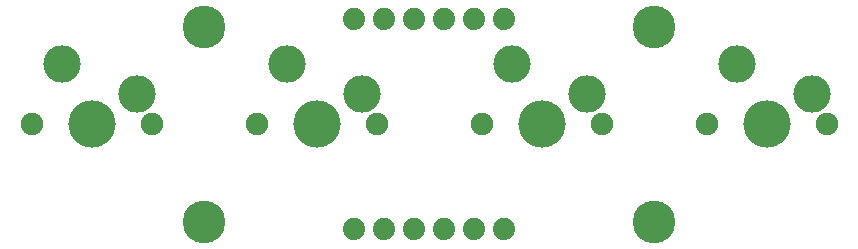
<source format=gbr>
G04 EAGLE Gerber RS-274X export*
G75*
%MOMM*%
%FSLAX34Y34*%
%LPD*%
%INSoldermask Bottom*%
%IPPOS*%
%AMOC8*
5,1,8,0,0,1.08239X$1,22.5*%
G01*
%ADD10C,4.001600*%
%ADD11C,3.165100*%
%ADD12C,1.915100*%
%ADD13C,1.879600*%
%ADD14C,3.617600*%


D10*
X95250Y107950D03*
D11*
X69850Y158750D03*
X133350Y133350D03*
D12*
X44450Y107950D03*
X146050Y107950D03*
D13*
X444500Y19050D03*
X419100Y19050D03*
X393700Y19050D03*
X368300Y19050D03*
X342900Y19050D03*
X317500Y19050D03*
D14*
X571500Y190500D03*
X190500Y190500D03*
X571500Y25400D03*
X190500Y25400D03*
D10*
X285750Y107950D03*
D11*
X260350Y158750D03*
X323850Y133350D03*
D12*
X234950Y107950D03*
X336550Y107950D03*
D10*
X476250Y107950D03*
D11*
X450850Y158750D03*
X514350Y133350D03*
D12*
X425450Y107950D03*
X527050Y107950D03*
D10*
X666750Y107950D03*
D11*
X641350Y158750D03*
X704850Y133350D03*
D12*
X615950Y107950D03*
X717550Y107950D03*
D13*
X444500Y196850D03*
X419100Y196850D03*
X393700Y196850D03*
X368300Y196850D03*
X342900Y196850D03*
X317500Y196850D03*
M02*

</source>
